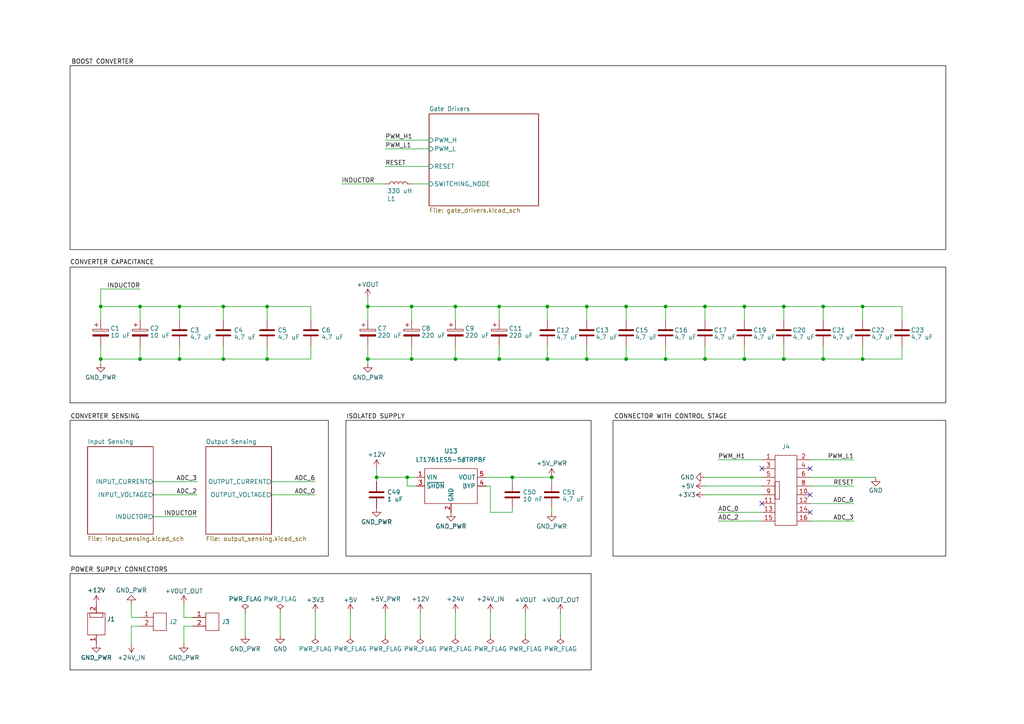
<source format=kicad_sch>
(kicad_sch (version 20231120) (generator "eeschema") (generator_version "8.0")
  (paper "A4")
  (title_block (title "ELE0124CL Power Boost Development Kit") (date "2024-08-04") (rev "1.0") (company "ELE0124CL"))
  (lib_symbols
    (symbol "Device:C" (pin_numbers hide) (pin_names (offset 0.254))
      (property "Reference" "C" (at 0.635 2.54 0))
      (property "Value" "C" (at 0.635 -2.54 0))
      (symbol "C_0_1"
        (polyline (pts (xy -2.032 -0.762) (xy 2.032 -0.762)) (stroke (width 0.508)))
        (polyline (pts (xy -2.032 0.762) (xy 2.032 0.762)) (stroke (width 0.508)))
      )
      (symbol "C_1_1"
        (pin passive line (at 0 3.81 270) (length 2.794) (name "~") (number "1"))
        (pin passive line (at 0 -3.81 90) (length 2.794) (name "~") (number "2"))
      )
    )
    (symbol "Device:C_Polarized" (pin_numbers hide) (pin_names (offset 0.254))
      (property "Reference" "C" (at 0.635 2.54 0))
      (property "Value" "C_Polarized" (at 0.635 -2.54 0))
      (symbol "C_Polarized_0_1"
        (rectangle (start -2.286 0.508) (end 2.286 1.016))
        (polyline (pts (xy -1.778 2.286) (xy -0.762 2.286)))
        (polyline (pts (xy -1.27 2.794) (xy -1.27 1.778)))
        (rectangle (start 2.286 -0.508) (end -2.286 -1.016) (fill (type outline)))
      )
      (symbol "C_Polarized_1_1"
        (pin passive line (at 0 3.81 270) (length 2.794) (name "~") (number "1"))
        (pin passive line (at 0 -3.81 90) (length 2.794) (name "~") (number "2"))
      )
    )
    (symbol "Device:L" (pin_numbers hide) (pin_names (offset 1.016) hide)
      (property "Reference" "L" (at -1.27 0 90))
      (property "Value" "L" (at 1.905 0 90))
      (symbol "L_0_1"
        (arc (start 0 -2.54) (mid 0.6323 -1.905) (end 0 -1.27))
        (arc (start 0 -1.27) (mid 0.6323 -0.635) (end 0 0))
        (arc (start 0 0) (mid 0.6323 0.635) (end 0 1.27))
        (arc (start 0 1.27) (mid 0.6323 1.905) (end 0 2.54))
      )
      (symbol "L_1_1"
        (pin passive line (at 0 3.81 270) (length 1.27) (name "1") (number "1"))
        (pin passive line (at 0 -3.81 90) (length 1.27) (name "2") (number "2"))
      )
    )
    (symbol "ELE0124CL_library:+12V" (power) (pin_numbers hide) (pin_names (offset 0) hide) (exclude_from_sim yes) (in_bom no)
      (property "Value" "+12V" (at -2.54 3.81 0))
      (symbol "+12V_0_1"
        (polyline (pts (xy -0.762 1.27) (xy 0 2.54)))
        (polyline (pts (xy 0 0) (xy 0 2.54)))
        (polyline (pts (xy 0 2.54) (xy 0.762 1.27)))
      )
      (symbol "+12V_1_1"
        (pin power_in line (at 0 0 90) (length 1.27) hide (name "+12V") (number "1"))
      )
    )
    (symbol "ELE0124CL_library:+24V" (power) (pin_numbers hide) (pin_names (offset 0) hide) (exclude_from_sim yes) (in_bom no)
      (property "Value" "+24V" (at -2.54 3.81 0))
      (symbol "+24V_0_1"
        (polyline (pts (xy -0.762 1.27) (xy 0 2.54)))
        (polyline (pts (xy 0 0) (xy 0 2.54)))
        (polyline (pts (xy 0 2.54) (xy 0.762 1.27)))
      )
      (symbol "+24V_1_1"
        (pin power_in line (at 0 0 90) (length 1.27) hide (name "+24V") (number "1"))
      )
    )
    (symbol "ELE0124CL_library:+24V_IN" (power) (pin_numbers hide) (pin_names (offset 0) hide) (exclude_from_sim yes) (in_bom no)
      (property "Value" "+24V_IN" (at -2.54 3.81 0))
      (symbol "+24V_IN_0_1"
        (polyline (pts (xy -0.762 1.27) (xy 0 2.54)))
        (polyline (pts (xy 0 0) (xy 0 2.54)))
        (polyline (pts (xy 0 2.54) (xy 0.762 1.27)))
      )
      (symbol "+24V_IN_1_1"
        (pin power_in line (at 0 0 90) (length 1.27) hide (name "+24V_IN") (number "1"))
      )
    )
    (symbol "ELE0124CL_library:+3V3" (power) (pin_numbers hide) (pin_names (offset 0) hide) (exclude_from_sim yes) (in_bom no)
      (property "Value" "+3V3" (at -2.54 3.81 0))
      (symbol "+3V3_0_1"
        (polyline (pts (xy -0.762 1.27) (xy 0 2.54)))
        (polyline (pts (xy 0 0) (xy 0 2.54)))
        (polyline (pts (xy 0 2.54) (xy 0.762 1.27)))
      )
      (symbol "+3V3_1_1"
        (pin power_in line (at 0 0 90) (length 1.27) hide (name "+3V3") (number "1"))
      )
    )
    (symbol "ELE0124CL_library:+5V" (power) (pin_numbers hide) (pin_names (offset 0) hide) (exclude_from_sim yes) (in_bom no)
      (property "Value" "+5V" (at -1.905 3.81 0))
      (symbol "+5V_0_1"
        (polyline (pts (xy -0.762 1.27) (xy 0 2.54)))
        (polyline (pts (xy 0 0) (xy 0 2.54)))
        (polyline (pts (xy 0 2.54) (xy 0.762 1.27)))
      )
      (symbol "+5V_1_1"
        (pin power_in line (at 0 0 90) (length 1.27) hide (name "+5V") (number "1"))
      )
    )
    (symbol "ELE0124CL_library:+5V_PWR" (power) (pin_numbers hide) (pin_names (offset 0) hide) (exclude_from_sim yes) (in_bom no)
      (property "Value" "+5V_PWR" (at -1.905 3.81 0))
      (symbol "+5V_PWR_0_1"
        (polyline (pts (xy -0.762 1.27) (xy 0 2.54)))
        (polyline (pts (xy 0 0) (xy 0 2.54)))
        (polyline (pts (xy 0 2.54) (xy 0.762 1.27)))
      )
      (symbol "+5V_PWR_1_1"
        (pin power_in line (at 0 0 90) (length 1.27) hide (name "+5V_PWR") (number "1"))
      )
    )
    (symbol "ELE0124CL_library:+VOUT" (power) (pin_numbers hide) (pin_names (offset 0) hide) (exclude_from_sim yes) (in_bom no)
      (property "Value" "+VOUT" (at -2.54 3.81 0))
      (symbol "+VOUT_0_1"
        (polyline (pts (xy -0.762 1.27) (xy 0 2.54)))
        (polyline (pts (xy 0 0) (xy 0 2.54)))
        (polyline (pts (xy 0 2.54) (xy 0.762 1.27)))
      )
      (symbol "+VOUT_1_1"
        (pin power_in line (at 0 0 90) (length 1.27) hide (name "+VOUT") (number "1"))
      )
    )
    (symbol "ELE0124CL_library:+VOUT_OUT" (power) (pin_numbers hide) (pin_names (offset 0) hide) (exclude_from_sim yes) (in_bom no)
      (property "Value" "+VOUT_OUT" (at -2.54 3.81 0))
      (symbol "+VOUT_OUT_0_1"
        (polyline (pts (xy -0.762 1.27) (xy 0 2.54)))
        (polyline (pts (xy 0 0) (xy 0 2.54)))
        (polyline (pts (xy 0 2.54) (xy 0.762 1.27)))
      )
      (symbol "+VOUT_OUT_1_1"
        (pin power_in line (at 0 0 90) (length 1.27) hide (name "+VOUT_OUT") (number "1"))
      )
    )
    (symbol "ELE0124CL_library:CONN_SOCKET_1x02 43045-0212"
      (property "Reference" "J" (at 0.508 3.302 0))
      (property "Value" "43045-0212" (at 0.254 1.27 0))
      (symbol "CONN_SOCKET_1x02 43045-0212_0_1"
        (rectangle (start 0 -0.635) (end 1.27 -4.445))
      )
      (symbol "CONN_SOCKET_1x02 43045-0212_1_1"
        (rectangle (start 0 0) (end 6.35 -5.08) (fill (type color)))
        (pin passive line (at 8.89 -2.54 180) (length 2.54) (name "~") (number "1"))
        (pin passive line (at -2.54 -2.54 0) (length 2.54) (name "~") (number "2"))
      )
    )
    (symbol "ELE0124CL_library:CONN_SOCKET_2x08 878311620" (pin_names (offset 0) hide)
      (property "Reference" "J" (at 1.27 1.27 0))
      (symbol "CONN_SOCKET_2x08 878311620_0_1"
        (rectangle (start 0 -7.62) (end 1.27 -12.7))
        (rectangle (start 0 0) (end 6.35 -20.32))
      )
      (symbol "CONN_SOCKET_2x08 878311620_1_1"
        (pin passive line (at -3.81 -1.27 0) (length 3.81) (name "Pin_1") (number "1"))
        (pin passive line (at 10.16 -11.43 180) (length 3.81) (name "Pin_10") (number "10"))
        (pin passive line (at -3.81 -13.97 0) (length 3.81) (name "Pin_11") (number "11"))
        (pin passive line (at 10.16 -13.97 180) (length 3.81) (name "Pin_12") (number "12"))
        (pin passive line (at -3.81 -16.51 0) (length 3.81) (name "Pin_13") (number "13"))
        (pin passive line (at 10.16 -16.51 180) (length 3.81) (name "Pin_14") (number "14"))
        (pin passive line (at -3.81 -19.05 0) (length 3.81) (name "Pin_15") (number "15"))
        (pin passive line (at 10.16 -19.05 180) (length 3.81) (name "Pin_16") (number "16"))
        (pin passive line (at 10.16 -1.27 180) (length 3.81) (name "Pin_2") (number "2"))
        (pin passive line (at -3.81 -3.81 0) (length 3.81) (name "Pin_3") (number "3"))
        (pin passive line (at 10.16 -3.81 180) (length 3.81) (name "Pin_4") (number "4"))
        (pin passive line (at -3.81 -6.35 0) (length 3.81) (name "Pin_5") (number "5"))
        (pin passive line (at 10.16 -6.35 180) (length 3.81) (name "Pin_6") (number "6"))
        (pin passive line (at -3.81 -8.89 0) (length 3.81) (name "Pin_7") (number "7"))
        (pin passive line (at 10.16 -8.89 180) (length 3.81) (name "Pin_8") (number "8"))
        (pin passive line (at -3.81 -11.43 0) (length 3.81) (name "Pin_9") (number "9"))
      )
    )
    (symbol "ELE0124CL_library:CONN_TERMINAL_BLOCK_1x02 MSTBVA 2,5/ 2-G-5,08" (pin_names (offset 0) hide)
      (property "Reference" "J" (at 1.27 1.27 0))
      (symbol "CONN_TERMINAL_BLOCK_1x02 MSTBVA 2,5/ 2-G-5,08_0_1"
        (rectangle (start 0 0) (end 3.81 -5.08))
      )
      (symbol "CONN_TERMINAL_BLOCK_1x02 MSTBVA 2,5/ 2-G-5,08_1_1"
        (pin passive line (at -3.81 -1.27 0) (length 3.81) (name "Pin_1") (number "1"))
        (pin passive line (at -3.81 -3.81 0) (length 3.81) (name "Pin_2") (number "2"))
      )
    )
    (symbol "ELE0124CL_library:GND" (power) (pin_numbers hide) (pin_names (offset 0) hide) (exclude_from_sim yes) (in_bom no)
      (property "Value" "GND" (at -1.905 -3.81 0))
      (symbol "GND_0_1"
        (polyline (pts (xy 0 0) (xy 0 -1.27) (xy 1.27 -1.27) (xy 0 -2.54) (xy -1.27 -1.27) (xy 0 -1.27)))
      )
      (symbol "GND_1_1"
        (pin power_in line (at 0 0 270) (length 1.27) hide (name "GND") (number "1"))
      )
    )
    (symbol "ELE0124CL_library:GND_PWR" (power) (pin_numbers hide) (pin_names (offset 0) hide) (exclude_from_sim yes) (in_bom no)
      (property "Value" "GND_PWR" (at -4.445 -3.81 0))
      (symbol "GND_PWR_0_1"
        (polyline (pts (xy 0 0) (xy 0 -1.27) (xy 1.27 -1.27) (xy 0 -2.54) (xy -1.27 -1.27) (xy 0 -1.27)))
      )
      (symbol "GND_PWR_1_1"
        (pin power_in line (at 0 0 270) (length 1.27) hide (name "GND_PWR") (number "1"))
      )
    )
    (symbol "ELE0124CL_library:LDO REGULATOR LT1761ES5-5#TRPBF"
      (property "Reference" "U" (at 1.27 3.302 0))
      (property "Value" "LT1761ES5-5#TRPBF" (at 0.508 1.27 0))
      (symbol "LDO REGULATOR LT1761ES5-5#TRPBF_1_1"
        (rectangle (start 0 0) (end 15.24 -10.16) (fill (type color)))
        (pin passive line (at -2.54 -2.54 0) (length 2.54) (name "VIN") (number "1"))
        (pin passive line (at 7.62 -12.7 90) (length 2.54) (name "GND") (number "2"))
        (pin passive line (at -2.54 -5.08 0) (length 2.54) (name "~{SHDN}") (number "3"))
        (pin passive line (at 17.78 -5.08 180) (length 2.54) (name "BYP") (number "4"))
        (pin passive line (at 17.78 -2.54 180) (length 2.54) (name "VOUT") (number "5"))
      )
    )
    (symbol "power:PWR_FLAG" (power) (pin_numbers hide) (pin_names (offset 0) hide)
      (property "Value" "PWR_FLAG" (at 0 3.81 0))
      (symbol "PWR_FLAG_0_0"
        (pin power_out line (at 0 0 90) (length 0) (name "~") (number "1"))
      )
      (symbol "PWR_FLAG_0_1"
        (polyline (pts (xy 0 0) (xy 0 1.27) (xy -1.016 1.905) (xy 0 2.54) (xy 1.016 1.905) (xy 0 1.27)))
      )
    )
  )
  (junction (at 106.68 104.14))
  (junction (at 181.61 88.9))
  (junction (at 40.64 88.9))
  (junction (at 29.21 104.14))
  (junction (at 181.61 104.14))
  (junction (at 238.76 88.9))
  (junction (at 250.19 104.14))
  (junction (at 64.77 88.9))
  (junction (at 77.47 88.9))
  (junction (at 40.64 104.14))
  (junction (at 227.33 104.14))
  (junction (at 204.47 104.14))
  (junction (at 109.22 138.43))
  (junction (at 170.18 88.9))
  (junction (at 132.08 88.9))
  (junction (at 118.11 138.43))
  (junction (at 29.21 88.9))
  (junction (at 158.75 104.14))
  (junction (at 132.08 104.14))
  (junction (at 119.38 88.9))
  (junction (at 52.07 104.14))
  (junction (at 52.07 88.9))
  (junction (at 215.9 104.14))
  (junction (at 144.78 104.14))
  (junction (at 193.04 88.9))
  (junction (at 160.02 138.43))
  (junction (at 77.47 104.14))
  (junction (at 250.19 88.9))
  (junction (at 215.9 88.9))
  (junction (at 204.47 88.9))
  (junction (at 119.38 104.14))
  (junction (at 170.18 104.14))
  (junction (at 238.76 104.14))
  (junction (at 144.78 88.9))
  (junction (at 158.75 88.9))
  (junction (at 227.33 88.9))
  (junction (at 148.59 138.43))
  (junction (at 106.68 88.9))
  (junction (at 64.77 104.14))
  (junction (at 193.04 104.14))
  (no_connect (at 234.95 135.89))
  (no_connect (at 234.95 143.51))
  (no_connect (at 234.95 148.59))
  (no_connect (at 220.98 135.89))
  (no_connect (at 220.98 146.05))
  (wire (pts (xy 208.28 151.13) (xy 220.98 151.13)))
  (wire (pts (xy 111.76 177.8) (xy 111.76 184.15)))
  (wire (pts (xy 40.64 181.61) (xy 38.1 181.61)))
  (wire (pts (xy 109.22 138.43) (xy 109.22 139.7)))
  (wire (pts (xy 158.75 88.9) (xy 158.75 92.71)))
  (wire (pts (xy 81.28 177.8) (xy 81.28 184.15)))
  (wire (pts (xy 109.22 135.89) (xy 109.22 138.43)))
  (wire (pts (xy 29.21 100.33) (xy 29.21 104.14)))
  (wire (pts (xy 40.64 104.14) (xy 52.07 104.14)))
  (wire (pts (xy 111.76 40.64) (xy 124.46 40.64)))
  (wire (pts (xy 132.08 177.8) (xy 132.08 184.15)))
  (wire (pts (xy 250.19 88.9) (xy 261.62 88.9)))
  (wire (pts (xy 40.64 88.9) (xy 40.64 92.71)))
  (wire (pts (xy 170.18 104.14) (xy 181.61 104.14)))
  (wire (pts (xy 142.24 148.59) (xy 148.59 148.59)))
  (wire (pts (xy 111.76 48.26) (xy 124.46 48.26)))
  (wire (pts (xy 38.1 181.61) (xy 38.1 186.69)))
  (wire (pts (xy 247.65 151.13) (xy 234.95 151.13)))
  (wire (pts (xy 119.38 100.33) (xy 119.38 104.14)))
  (wire (pts (xy 29.21 88.9) (xy 40.64 88.9)))
  (wire (pts (xy 109.22 138.43) (xy 118.11 138.43)))
  (wire (pts (xy 204.47 100.33) (xy 204.47 104.14)))
  (wire (pts (xy 118.11 138.43) (xy 120.65 138.43)))
  (wire (pts (xy 29.21 88.9) (xy 29.21 92.71)))
  (wire (pts (xy 106.68 104.14) (xy 119.38 104.14)))
  (wire (pts (xy 148.59 148.59) (xy 148.59 147.32)))
  (wire (pts (xy 158.75 100.33) (xy 158.75 104.14)))
  (wire (pts (xy 77.47 88.9) (xy 77.47 92.71)))
  (wire (pts (xy 77.47 104.14) (xy 90.17 104.14)))
  (wire (pts (xy 64.77 100.33) (xy 64.77 104.14)))
  (wire (pts (xy 250.19 88.9) (xy 250.19 92.71)))
  (wire (pts (xy 29.21 104.14) (xy 29.21 105.41)))
  (wire (pts (xy 227.33 100.33) (xy 227.33 104.14)))
  (wire (pts (xy 119.38 88.9) (xy 119.38 92.71)))
  (wire (pts (xy 132.08 88.9) (xy 144.78 88.9)))
  (wire (pts (xy 132.08 104.14) (xy 144.78 104.14)))
  (wire (pts (xy 158.75 104.14) (xy 170.18 104.14)))
  (wire (pts (xy 111.76 43.18) (xy 124.46 43.18)))
  (wire (pts (xy 247.65 133.35) (xy 234.95 133.35)))
  (wire (pts (xy 38.1 179.07) (xy 38.1 175.26)))
  (wire (pts (xy 140.97 140.97) (xy 142.24 140.97)))
  (wire (pts (xy 132.08 100.33) (xy 132.08 104.14)))
  (wire (pts (xy 119.38 104.14) (xy 132.08 104.14)))
  (wire (pts (xy 227.33 88.9) (xy 238.76 88.9)))
  (wire (pts (xy 53.34 179.07) (xy 53.34 175.26)))
  (wire (pts (xy 144.78 104.14) (xy 158.75 104.14)))
  (wire (pts (xy 227.33 104.14) (xy 238.76 104.14)))
  (wire (pts (xy 119.38 53.34) (xy 124.46 53.34)))
  (wire (pts (xy 220.98 140.97) (xy 204.47 140.97)))
  (wire (pts (xy 55.88 181.61) (xy 53.34 181.61)))
  (wire (pts (xy 250.19 104.14) (xy 261.62 104.14)))
  (wire (pts (xy 106.68 88.9) (xy 106.68 92.71)))
  (wire (pts (xy 160.02 147.32) (xy 160.02 148.59)))
  (wire (pts (xy 204.47 88.9) (xy 215.9 88.9)))
  (wire (pts (xy 106.68 86.36) (xy 106.68 88.9)))
  (wire (pts (xy 119.38 88.9) (xy 132.08 88.9)))
  (wire (pts (xy 71.12 177.8) (xy 71.12 184.15)))
  (wire (pts (xy 170.18 100.33) (xy 170.18 104.14)))
  (wire (pts (xy 204.47 104.14) (xy 215.9 104.14)))
  (wire (pts (xy 261.62 100.33) (xy 261.62 104.14)))
  (wire (pts (xy 64.77 88.9) (xy 77.47 88.9)))
  (wire (pts (xy 29.21 83.82) (xy 40.64 83.82)))
  (wire (pts (xy 106.68 104.14) (xy 106.68 105.41)))
  (wire (pts (xy 106.68 88.9) (xy 119.38 88.9)))
  (wire (pts (xy 204.47 138.43) (xy 220.98 138.43)))
  (wire (pts (xy 250.19 100.33) (xy 250.19 104.14)))
  (wire (pts (xy 158.75 88.9) (xy 170.18 88.9)))
  (wire (pts (xy 181.61 100.33) (xy 181.61 104.14)))
  (wire (pts (xy 204.47 88.9) (xy 204.47 92.71)))
  (wire (pts (xy 160.02 138.43) (xy 160.02 139.7)))
  (wire (pts (xy 247.65 140.97) (xy 234.95 140.97)))
  (wire (pts (xy 120.65 140.97) (xy 118.11 140.97)))
  (wire (pts (xy 208.28 148.59) (xy 220.98 148.59)))
  (wire (pts (xy 247.65 146.05) (xy 234.95 146.05)))
  (wire (pts (xy 44.45 149.86) (xy 57.15 149.86)))
  (wire (pts (xy 215.9 100.33) (xy 215.9 104.14)))
  (wire (pts (xy 152.4 177.8) (xy 152.4 184.15)))
  (wire (pts (xy 132.08 88.9) (xy 132.08 92.71)))
  (wire (pts (xy 118.11 140.97) (xy 118.11 138.43)))
  (wire (pts (xy 208.28 133.35) (xy 220.98 133.35)))
  (wire (pts (xy 148.59 138.43) (xy 160.02 138.43)))
  (wire (pts (xy 29.21 83.82) (xy 29.21 88.9)))
  (wire (pts (xy 144.78 88.9) (xy 158.75 88.9)))
  (wire (pts (xy 227.33 88.9) (xy 227.33 92.71)))
  (wire (pts (xy 142.24 140.97) (xy 142.24 148.59)))
  (wire (pts (xy 162.56 177.8) (xy 162.56 184.15)))
  (wire (pts (xy 111.76 53.34) (xy 99.06 53.34)))
  (wire (pts (xy 44.45 139.7) (xy 57.15 139.7)))
  (wire (pts (xy 64.77 104.14) (xy 77.47 104.14)))
  (wire (pts (xy 101.6 177.8) (xy 101.6 184.15)))
  (wire (pts (xy 193.04 100.33) (xy 193.04 104.14)))
  (wire (pts (xy 238.76 104.14) (xy 250.19 104.14)))
  (wire (pts (xy 140.97 138.43) (xy 148.59 138.43)))
  (wire (pts (xy 261.62 88.9) (xy 261.62 92.71)))
  (wire (pts (xy 238.76 88.9) (xy 250.19 88.9)))
  (wire (pts (xy 238.76 100.33) (xy 238.76 104.14)))
  (wire (pts (xy 148.59 139.7) (xy 148.59 138.43)))
  (wire (pts (xy 170.18 88.9) (xy 181.61 88.9)))
  (wire (pts (xy 181.61 104.14) (xy 193.04 104.14)))
  (wire (pts (xy 193.04 88.9) (xy 204.47 88.9)))
  (wire (pts (xy 64.77 88.9) (xy 64.77 92.71)))
  (wire (pts (xy 52.07 88.9) (xy 64.77 88.9)))
  (wire (pts (xy 204.47 143.51) (xy 220.98 143.51)))
  (wire (pts (xy 181.61 88.9) (xy 193.04 88.9)))
  (wire (pts (xy 78.74 143.51) (xy 91.44 143.51)))
  (wire (pts (xy 52.07 88.9) (xy 52.07 92.71)))
  (wire (pts (xy 215.9 88.9) (xy 227.33 88.9)))
  (wire (pts (xy 121.92 177.8) (xy 121.92 184.15)))
  (wire (pts (xy 91.44 177.8) (xy 91.44 184.15)))
  (wire (pts (xy 193.04 88.9) (xy 193.04 92.71)))
  (wire (pts (xy 55.88 179.07) (xy 53.34 179.07)))
  (wire (pts (xy 142.24 177.8) (xy 142.24 184.15)))
  (wire (pts (xy 44.45 143.51) (xy 57.15 143.51)))
  (wire (pts (xy 77.47 88.9) (xy 90.17 88.9)))
  (wire (pts (xy 193.04 104.14) (xy 204.47 104.14)))
  (wire (pts (xy 53.34 181.61) (xy 53.34 186.69)))
  (wire (pts (xy 90.17 100.33) (xy 90.17 104.14)))
  (wire (pts (xy 90.17 88.9) (xy 90.17 92.71)))
  (wire (pts (xy 52.07 104.14) (xy 64.77 104.14)))
  (wire (pts (xy 144.78 88.9) (xy 144.78 92.71)))
  (wire (pts (xy 106.68 100.33) (xy 106.68 104.14)))
  (wire (pts (xy 254 138.43) (xy 234.95 138.43)))
  (wire (pts (xy 181.61 88.9) (xy 181.61 92.71)))
  (wire (pts (xy 40.64 179.07) (xy 38.1 179.07)))
  (wire (pts (xy 215.9 104.14) (xy 227.33 104.14)))
  (wire (pts (xy 77.47 100.33) (xy 77.47 104.14)))
  (wire (pts (xy 40.64 100.33) (xy 40.64 104.14)))
  (wire (pts (xy 238.76 88.9) (xy 238.76 92.71)))
  (wire (pts (xy 29.21 104.14) (xy 40.64 104.14)))
  (wire (pts (xy 144.78 100.33) (xy 144.78 104.14)))
  (wire (pts (xy 78.74 139.7) (xy 91.44 139.7)))
  (wire (pts (xy 52.07 100.33) (xy 52.07 104.14)))
  (wire (pts (xy 40.64 88.9) (xy 52.07 88.9)))
  (wire (pts (xy 170.18 88.9) (xy 170.18 92.71)))
  (wire (pts (xy 215.9 88.9) (xy 215.9 92.71)))
  (rectangle (start 20.32 19.05) (end 274.32 72.39) (stroke (width 0) (color 0 0 0 1)))
  (rectangle (start 100.33 121.92) (end 171.45 161.29) (stroke (width 0) (color 0 0 0 1)))
  (rectangle (start 20.32 166.37) (end 171.45 194.31) (stroke (width 0) (color 0 0 0 1)))
  (rectangle (start 20.32 77.47) (end 274.32 116.84) (stroke (width 0) (color 0 0 0 1)))
  (rectangle (start 177.8 121.92) (end 274.32 161.29) (stroke (width 0) (color 0 0 0 1)))
  (rectangle (start 20.32 121.92) (end 95.25 161.29) (stroke (width 0) (color 0 0 0 1)))
  (text "CONNECTOR WITH CONTROL STAGE" (at 194.564 120.904 0) (effects (font (size 1.27 1.27))))
  (text "CONVERTER CAPACITANCE" (at 32.512 76.2 0) (effects (font (size 1.27 1.27))))
  (text "CONVERTER SENSING" (at 30.48 120.904 0) (effects (font (size 1.27 1.27))))
  (text "BOOST CONVERTER" (at 29.718 18.034 0) (effects (font (size 1.27 1.27))))
  (text "ISOLATED SUPPLY" (at 108.966 120.904 0) (effects (font (size 1.27 1.27))))
  (text "POWER SUPPLY CONNECTORS" (at 34.544 165.354 0) (effects (font (size 1.27 1.27))))
  (label "RESET" (at 247.65 140.97 180))
  (label "ADC_6" (at 91.44 139.7 180))
  (label "INDUCTOR" (at 99.06 53.34 0))
  (label "PWM_H1" (at 208.28 133.35 0))
  (label "ADC_3" (at 247.65 151.13 180))
  (label "ADC_3" (at 57.15 139.7 180))
  (label "ADC_0" (at 91.44 143.51 180))
  (label "PWM_H1" (at 111.76 40.64 0))
  (label "INDUCTOR" (at 57.15 149.86 180))
  (label "RESET" (at 111.76 48.26 0))
  (label "PWM_L1" (at 247.65 133.35 180))
  (label "INDUCTOR" (at 40.64 83.82 180))
  (label "ADC_2" (at 208.28 151.13 0))
  (label "PWM_L1" (at 111.76 43.18 0))
  (label "ADC_2" (at 57.15 143.51 180))
  (label "ADC_6" (at 247.65 146.05 180))
  (label "ADC_0" (at 208.28 148.59 0))
  (symbol (lib_id "Device:C") (at 52.07 96.52 0) (unit 1)
    (property "Reference" "C3" (at 55.118 95.758 0) (effects (justify left)))
    (property "Value" "4,7 uF" (at 55.118 97.79 0) (effects (justify left)))
    (property "Footprint" "ELE0124CL_library:C_1206_3216Metric" (effects (hide yes)))
    (property "Description" "Capacitor Ceramic 4,7 uF 1206 100V" (effects (hide yes)))
  )
  (symbol (lib_id "power:PWR_FLAG") (at 121.92 184.15 180) (unit 1)
    (property "Reference" "#FLG04" (effects (hide yes)))
    (property "Value" "PWR_FLAG" (at 121.92 188.214 0))
    (property "Description" "Special symbol for telling ERC where power comes from" (effects (hide yes)))
  )
  (symbol (lib_id "Device:C") (at 170.18 96.52 0) (unit 1)
    (property "Reference" "C13" (at 172.72 95.758 0) (effects (justify left)))
    (property "Value" "4,7 uF" (at 172.72 97.79 0) (effects (justify left)))
    (property "Footprint" "ELE0124CL_library:C_1206_3216Metric" (effects (hide yes)))
    (property "Description" "Capacitor Ceramic 4,7 uF 1206 100V" (effects (hide yes)))
  )
  (symbol (lib_id "ELE0124CL_library:+5V_PWR") (at 111.76 177.8 0) (unit 1) (exclude_from_sim yes) (in_bom no)
    (property "Reference" "#PWR029" (effects (hide yes)))
    (property "Value" "+5V_PWR" (at 111.76 173.736 0))
    (property "Description" "Global label with name \"+5V_PWR\"" (effects (hide yes)))
  )
  (symbol (lib_id "Device:C_Polarized") (at 132.08 96.52 0) (unit 1)
    (property "Reference" "C9" (at 134.874 95.25 0) (effects (justify left)))
    (property "Value" "220 uF" (at 134.874 97.282 0) (effects (justify left)))
    (property "Footprint" "ELE0124CL_library:C_D10.0mm_H16.0mm_P5.00mm" (effects (hide yes)))
    (property "Description" "Capacitor Electrolytic 220 uF 100V 860020775019" (effects (hide yes)))
  )
  (symbol (lib_id "power:PWR_FLAG") (at 142.24 184.15 180) (unit 1)
    (property "Reference" "#FLG06" (effects (hide yes)))
    (property "Value" "PWR_FLAG" (at 142.24 188.214 0))
    (property "Description" "Special symbol for telling ERC where power comes from" (effects (hide yes)))
  )
  (symbol (lib_id "ELE0124CL_library:+5V") (at 101.6 177.8 0) (unit 1) (exclude_from_sim yes) (in_bom no)
    (property "Reference" "#PWR0104" (effects (hide yes)))
    (property "Value" "+5V" (at 101.6 173.99 0))
    (property "Description" "Global label with name \"+5V\"" (effects (hide yes)))
  )
  (symbol (lib_id "Device:L") (at 115.57 53.34 90) (unit 1)
    (property "Reference" "L1" (at 112.268 57.658 90) (effects (justify right)))
    (property "Value" "330 uH" (at 112.268 55.372 90) (effects (justify right)))
    (property "Footprint" "ELE0124CL_library:L_74437529203331" (effects (hide yes)))
    (property "Description" "Inductor 330 uH 74437529203331" (effects (hide yes)))
  )
  (symbol (lib_id "Device:C") (at 109.22 143.51 0) (unit 1)
    (property "Reference" "C49" (at 112.268 142.748 0) (effects (justify left)))
    (property "Value" "1 uF" (at 112.268 144.78 0) (effects (justify left)))
    (property "Footprint" "ELE0124CL_library:C_1206_3216Metric" (effects (hide yes)))
    (property "Description" "Capacitor Ceramic 1 uF 1206" (effects (hide yes)))
  )
  (symbol (lib_id "Device:C") (at 64.77 96.52 0) (unit 1)
    (property "Reference" "C4" (at 67.818 95.758 0) (effects (justify left)))
    (property "Value" "4,7 uF" (at 67.818 97.79 0) (effects (justify left)))
    (property "Footprint" "ELE0124CL_library:C_1206_3216Metric" (effects (hide yes)))
    (property "Description" "Capacitor Ceramic 4,7 uF 1206 100V" (effects (hide yes)))
  )
  (symbol (lib_id "ELE0124CL_library:+VOUT") (at 106.68 86.36 0) (unit 1) (exclude_from_sim yes) (in_bom no)
    (property "Reference" "#PWR068" (effects (hide yes)))
    (property "Value" "+VOUT" (at 106.68 82.55 0))
    (property "Description" "Global label with name \"+VOUT\"" (effects (hide yes)))
  )
  (symbol (lib_id "ELE0124CL_library:+3V3") (at 91.44 177.8 0) (unit 1) (exclude_from_sim yes) (in_bom no)
    (property "Reference" "#PWR071" (effects (hide yes)))
    (property "Value" "+3V3" (at 91.44 173.99 0))
    (property "Description" "Global label with name \"+3V3\"" (effects (hide yes)))
  )
  (symbol (lib_id "ELE0124CL_library:+5V") (at 204.47 140.97 90) (mirror x) (unit 1) (exclude_from_sim yes) (in_bom no)
    (property "Reference" "#PWR072" (effects (hide yes)))
    (property "Value" "+5V" (at 199.39 140.97 90))
    (property "Description" "Global label with name \"+5V\"" (effects (hide yes)))
  )
  (symbol (lib_id "Device:C") (at 227.33 96.52 0) (unit 1)
    (property "Reference" "C20" (at 229.87 95.758 0) (effects (justify left)))
    (property "Value" "4,7 uF" (at 229.87 97.79 0) (effects (justify left)))
    (property "Footprint" "ELE0124CL_library:C_1206_3216Metric" (effects (hide yes)))
    (property "Description" "Capacitor Ceramic 4,7 uF 1206 100V" (effects (hide yes)))
  )
  (symbol (lib_id "power:PWR_FLAG") (at 111.76 184.15 180) (unit 1)
    (property "Reference" "#FLG02" (effects (hide yes)))
    (property "Value" "PWR_FLAG" (at 111.76 188.214 0))
    (property "Description" "Special symbol for telling ERC where power comes from" (effects (hide yes)))
  )
  (symbol (lib_id "Device:C") (at 215.9 96.52 0) (unit 1)
    (property "Reference" "C19" (at 218.44 95.758 0) (effects (justify left)))
    (property "Value" "4,7 uF" (at 218.44 97.79 0) (effects (justify left)))
    (property "Footprint" "ELE0124CL_library:C_1206_3216Metric" (effects (hide yes)))
    (property "Description" "Capacitor Ceramic 4,7 uF 1206 100V" (effects (hide yes)))
  )
  (symbol (lib_id "ELE0124CL_library:GND_PWR") (at 71.12 184.15 0) (unit 1) (exclude_from_sim yes) (in_bom no)
    (property "Reference" "#PWR028" (effects (hide yes)))
    (property "Value" "GND_PWR" (at 71.12 188.214 0))
    (property "Description" "Global label with name \"GND_PWR\"" (effects (hide yes)))
  )
  (symbol (lib_id "power:PWR_FLAG") (at 81.28 177.8 0) (unit 1)
    (property "Reference" "#FLG09" (effects (hide yes)))
    (property "Value" "PWR_FLAG" (at 81.28 173.736 0))
    (property "Description" "Special symbol for telling ERC where power comes from" (effects (hide yes)))
  )
  (symbol (lib_id "ELE0124CL_library:CONN_TERMINAL_BLOCK_1x02 MSTBVA 2,5/ 2-G-5,08") (at 59.69 177.8 0) (unit 1)
    (property "Reference" "J3" (at 64.262 180.34 0) (effects (justify left)))
    (property "Value" "MSTBVA 2,5/ 2-G-5,08" (effects (hide yes)))
    (property "Footprint" "ELE0124CL_library:CONN_TERMINAL_BLOCK_1x02_P5.08mm_Vertical" (effects (hide yes)))
    (property "Datasheet" "https://product-download.phoenixcontact.com/8181417?response-content-disposition=inline;%20filename%3D%221755736_04_de_01.pdf%22&Expires=1722723810&Signature=aLL-koyr0HHDxzcimRIAFjqQf6e5b0iKCbZbVJ-OXgJev5pN0-SrQ3ksC99fos4rt582jm-1~QhxOR9ruyyBDBkkpF-uxvGc0zZmLSnRIu4ZXJ-5GbKaOvAwMXVxHTwNoLjSISBonNxlj6usOBKqFU-iJnQnMDwR5fNF-~B6HTwvAloRMR5HbpJjN9KMaFYKsi380IccWk3-rqqVhcbyI8Gg4Jd-94IGj38p0SUKCBLIlyR0HFk28mK~ru1VcXg-CujjIAn1u6sy7NINPmWqYd~rzPR0ztwSUWfBxQhZx5edEKgv16ObcopVwZrLFLb9ah~k37ttGHRSHfK91nQ5Sw__&Key-Pair-Id=K1I2N54A7B0GD" (effects (hide yes)))
    (property "Description" "Phoenix Contact Connector Terminal Block 1x02 Vertical" (effects (hide yes)))
  )
  (symbol (lib_id "ELE0124CL_library:+12V") (at 27.94 175.26 0) (unit 1) (exclude_from_sim yes) (in_bom no)
    (property "Reference" "#PWR018" (effects (hide yes)))
    (property "Value" "+12V" (at 27.94 171.196 0))
    (property "Description" "Global label with name \"+12V\"" (effects (hide yes)))
  )
  (symbol (lib_id "Device:C_Polarized") (at 40.64 96.52 0) (unit 1)
    (property "Reference" "C2" (at 43.434 95.25 0) (effects (justify left)))
    (property "Value" "10 uF" (at 43.434 97.282 0) (effects (justify left)))
    (property "Footprint" "ELE0124CL_library:C_D5.0mm_H11.0mm_P2.00mm" (effects (hide yes)))
    (property "Description" "Capacitor Electrolytic 10 uF 100V 860020772010" (effects (hide yes)))
  )
  (symbol (lib_id "ELE0124CL_library:CONN_SOCKET_1x02 43045-0212") (at 30.48 177.8 270) (unit 1)
    (property "Reference" "J1" (at 30.988 179.578 90) (effects (justify left)))
    (property "Value" "43045-0212" (effects (hide yes)))
    (property "Footprint" "ELE0124CL_library:CONN_SOCKET_1x02_P3.00mm_Vertical" (effects (hide yes)))
    (property "Datasheet" "https://www.molex.com/en-us/products/part-detail/430450212?display=pdf" (effects (hide yes)))
    (property "Description" "Molex Connector Socket 1x02 Vertical" (effects (hide yes)))
  )
  (symbol (lib_id "Device:C") (at 250.19 96.52 0) (unit 1)
    (property "Reference" "C22" (at 252.73 95.758 0) (effects (justify left)))
    (property "Value" "4,7 uF" (at 252.73 97.79 0) (effects (justify left)))
    (property "Footprint" "ELE0124CL_library:C_1206_3216Metric" (effects (hide yes)))
    (property "Description" "Capacitor Ceramic 4,7 uF 1206 100V" (effects (hide yes)))
  )
  (symbol (lib_id "ELE0124CL_library:GND") (at 254 138.43 0) (mirror y) (unit 1) (exclude_from_sim yes) (in_bom no)
    (property "Reference" "#PWR074" (effects (hide yes)))
    (property "Value" "GND" (at 254 142.24 0))
    (property "Description" "Global label with name \"GND\"" (effects (hide yes)))
  )
  (symbol (lib_id "ELE0124CL_library:+12V") (at 121.92 177.8 0) (unit 1) (exclude_from_sim yes) (in_bom no)
    (property "Reference" "#PWR031" (effects (hide yes)))
    (property "Value" "+12V" (at 121.92 173.736 0))
    (property "Description" "Global label with name \"+12V\"" (effects (hide yes)))
  )
  (symbol (lib_id "Device:C") (at 193.04 96.52 0) (unit 1)
    (property "Reference" "C16" (at 195.58 95.758 0) (effects (justify left)))
    (property "Value" "4,7 uF" (at 195.58 97.79 0) (effects (justify left)))
    (property "Footprint" "ELE0124CL_library:C_1206_3216Metric" (effects (hide yes)))
    (property "Description" "Capacitor Ceramic 4,7 uF 1206 100V" (effects (hide yes)))
  )
  (symbol (lib_id "Device:C_Polarized") (at 119.38 96.52 0) (unit 1)
    (property "Reference" "C8" (at 122.174 95.25 0) (effects (justify left)))
    (property "Value" "220 uF" (at 122.174 97.282 0) (effects (justify left)))
    (property "Footprint" "ELE0124CL_library:C_D10.0mm_H16.0mm_P5.00mm" (effects (hide yes)))
    (property "Description" "Capacitor Electrolytic 220 uF 100V 860020775019" (effects (hide yes)))
  )
  (symbol (lib_id "ELE0124CL_library:GND_PWR") (at 106.68 105.41 0) (unit 1) (exclude_from_sim yes) (in_bom no)
    (property "Reference" "#PWR069" (effects (hide yes)))
    (property "Value" "GND_PWR" (at 106.68 109.474 0))
    (property "Description" "Global label with name \"GND_PWR\"" (effects (hide yes)))
  )
  (symbol (lib_id "ELE0124CL_library:+VOUT_OUT") (at 53.34 175.26 0) (unit 1) (exclude_from_sim yes) (in_bom no)
    (property "Reference" "#PWR026" (effects (hide yes)))
    (property "Value" "+VOUT_OUT" (at 53.34 171.45 0))
    (property "Description" "Global label with name \"+VOUT_OUT\"" (effects (hide yes)))
  )
  (symbol (lib_id "Device:C_Polarized") (at 29.21 96.52 0) (unit 1)
    (property "Reference" "C1" (at 32.004 95.25 0) (effects (justify left)))
    (property "Value" "10 uF" (at 32.004 97.282 0) (effects (justify left)))
    (property "Footprint" "ELE0124CL_library:C_D5.0mm_H11.0mm_P2.00mm" (effects (hide yes)))
    (property "Description" "Capacitor Electrolytic 10 uF 100V 860020772010" (effects (hide yes)))
  )
  (symbol (lib_id "Device:C_Polarized") (at 144.78 96.52 0) (unit 1)
    (property "Reference" "C11" (at 147.574 95.25 0) (effects (justify left)))
    (property "Value" "220 uF" (at 147.574 97.282 0) (effects (justify left)))
    (property "Footprint" "ELE0124CL_library:C_D10.0mm_H16.0mm_P5.00mm" (effects (hide yes)))
    (property "Description" "Capacitor Electrolytic 220 uF 100V 860020775019" (effects (hide yes)))
  )
  (symbol (lib_id "power:PWR_FLAG") (at 162.56 184.15 180) (unit 1)
    (property "Reference" "#FLG03" (effects (hide yes)))
    (property "Value" "PWR_FLAG" (at 162.56 188.214 0))
    (property "Description" "Special symbol for telling ERC where power comes from" (effects (hide yes)))
  )
  (symbol (lib_id "ELE0124CL_library:GND_PWR") (at 130.81 148.59 0) (unit 1) (exclude_from_sim yes) (in_bom no)
    (property "Reference" "#PWR0105" (effects (hide yes)))
    (property "Value" "GND_PWR" (at 130.81 152.654 0))
    (property "Description" "Global label with name \"GND_PWR\"" (effects (hide yes)))
  )
  (symbol (lib_id "Device:C_Polarized") (at 106.68 96.52 0) (unit 1)
    (property "Reference" "C7" (at 109.474 95.25 0) (effects (justify left)))
    (property "Value" "220 uF" (at 109.474 97.282 0) (effects (justify left)))
    (property "Footprint" "ELE0124CL_library:C_D10.0mm_H16.0mm_P5.00mm" (effects (hide yes)))
    (property "Description" "Capacitor Electrolytic 220 uF 100V 860020775019" (effects (hide yes)))
  )
  (symbol (lib_id "Device:C") (at 238.76 96.52 0) (unit 1)
    (property "Reference" "C21" (at 241.3 95.758 0) (effects (justify left)))
    (property "Value" "4,7 uF" (at 241.3 97.79 0) (effects (justify left)))
    (property "Footprint" "ELE0124CL_library:C_1206_3216Metric" (effects (hide yes)))
    (property "Description" "Capacitor Ceramic 4,7 uF 1206 100V" (effects (hide yes)))
  )
  (symbol (lib_id "ELE0124CL_library:GND_PWR") (at 109.22 147.32 0) (unit 1) (exclude_from_sim yes) (in_bom no)
    (property "Reference" "#PWR0107" (effects (hide yes)))
    (property "Value" "GND_PWR" (at 109.22 151.384 0))
    (property "Description" "Global label with name \"GND_PWR\"" (effects (hide yes)))
  )
  (symbol (lib_id "ELE0124CL_library:LDO REGULATOR LT1761ES5-5#TRPBF") (at 123.19 135.89 0) (unit 1)
    (property "Reference" "U13" (at 130.81 130.81 0))
    (property "Value" "LT1761ES5-5#TRPBF" (at 130.81 133.35 0))
    (property "Footprint" "ELE0124CL_library:TSOT-23-5" (effects (hide yes)))
    (property "Datasheet" "https://www.analog.com/media/en/technical-documentation/data-sheets/1761sff.pdf" (effects (hide yes)))
    (property "Description" "Analog Devices Low Noise 5V 100mA LDO Regulator" (effects (hide yes)))
  )
  (symbol (lib_id "ELE0124CL_library:CONN_TERMINAL_BLOCK_1x02 MSTBVA 2,5/ 2-G-5,08") (at 44.45 177.8 0) (unit 1)
    (property "Reference" "J2" (at 49.022 180.34 0) (effects (justify left)))
    (property "Value" "MSTBVA 2,5/ 2-G-5,08" (effects (hide yes)))
    (property "Footprint" "ELE0124CL_library:CONN_TERMINAL_BLOCK_1x02_P5.08mm_Vertical" (effects (hide yes)))
    (property "Datasheet" "https://product-download.phoenixcontact.com/8181417?response-content-disposition=inline;%20filename%3D%221755736_04_de_01.pdf%22&Expires=1722723810&Signature=aLL-koyr0HHDxzcimRIAFjqQf6e5b0iKCbZbVJ-OXgJev5pN0-SrQ3ksC99fos4rt582jm-1~QhxOR9ruyyBDBkkpF-uxvGc0zZmLSnRIu4ZXJ-5GbKaOvAwMXVxHTwNoLjSISBonNxlj6usOBKqFU-iJnQnMDwR5fNF-~B6HTwvAloRMR5HbpJjN9KMaFYKsi380IccWk3-rqqVhcbyI8Gg4Jd-94IGj38p0SUKCBLIlyR0HFk28mK~ru1VcXg-CujjIAn1u6sy7NINPmWqYd~rzPR0ztwSUWfBxQhZx5edEKgv16ObcopVwZrLFLb9ah~k37ttGHRSHfK91nQ5Sw__&Key-Pair-Id=K1I2N54A7B0GD" (effects (hide yes)))
    (property "Description" "Phoenix Contact Connector Terminal Block 1x02 Vertical" (effects (hide yes)))
  )
  (symbol (lib_id "ELE0124CL_library:+24V") (at 132.08 177.8 0) (unit 1) (exclude_from_sim yes) (in_bom no)
    (property "Reference" "#PWR032" (effects (hide yes)))
    (property "Value" "+24V" (at 132.08 173.736 0))
    (property "Description" "Global label with name \"+24V\"" (effects (hide yes)))
  )
  (symbol (lib_id "ELE0124CL_library:GND_PWR") (at 38.1 175.26 180) (unit 1) (exclude_from_sim yes) (in_bom no)
    (property "Reference" "#PWR025" (effects (hide yes)))
    (property "Value" "GND_PWR" (at 38.1 171.196 0))
    (property "Description" "Global label with name \"GND_PWR\"" (effects (hide yes)))
  )
  (symbol (lib_id "ELE0124CL_library:+24V_IN") (at 142.24 177.8 0) (unit 1) (exclude_from_sim yes) (in_bom no)
    (property "Reference" "#PWR033" (effects (hide yes)))
    (property "Value" "+24V_IN" (at 142.24 173.736 0))
    (property "Description" "Global label with name \"+24V_IN\"" (effects (hide yes)))
  )
  (symbol (lib_id "power:PWR_FLAG") (at 91.44 184.15 180) (unit 1)
    (property "Reference" "#FLG08" (effects (hide yes)))
    (property "Value" "PWR_FLAG" (at 91.44 188.214 0))
    (property "Description" "Special symbol for telling ERC where power comes from" (effects (hide yes)))
  )
  (symbol (lib_id "ELE0124CL_library:+24V_IN") (at 38.1 186.69 180) (unit 1) (exclude_from_sim yes) (in_bom no)
    (property "Reference" "#PWR015" (effects (hide yes)))
    (property "Value" "+24V_IN" (at 38.1 190.754 0))
    (property "Description" "Global label with name \"+24V_IN\"" (effects (hide yes)))
  )
  (symbol (lib_id "ELE0124CL_library:+VOUT") (at 152.4 177.8 0) (unit 1) (exclude_from_sim yes) (in_bom no)
    (property "Reference" "#PWR034" (effects (hide yes)))
    (property "Value" "+VOUT" (at 152.4 173.99 0))
    (property "Description" "Global label with name \"+VOUT\"" (effects (hide yes)))
  )
  (symbol (lib_id "Device:C") (at 261.62 96.52 0) (unit 1)
    (property "Reference" "C23" (at 264.16 95.758 0) (effects (justify left)))
    (property "Value" "4,7 uF" (at 264.16 97.79 0) (effects (justify left)))
    (property "Footprint" "ELE0124CL_library:C_1206_3216Metric" (effects (hide yes)))
    (property "Description" "Capacitor Ceramic 4,7 uF 1206 100V" (effects (hide yes)))
  )
  (symbol (lib_id "ELE0124CL_library:GND") (at 81.28 184.15 0) (unit 1) (exclude_from_sim yes) (in_bom no)
    (property "Reference" "#PWR039" (effects (hide yes)))
    (property "Value" "GND" (at 81.28 188.214 0))
    (property "Description" "Global label with name \"GND\"" (effects (hide yes)))
  )
  (symbol (lib_id "ELE0124CL_library:+VOUT_OUT") (at 162.56 177.8 0) (unit 1) (exclude_from_sim yes) (in_bom no)
    (property "Reference" "#PWR030" (effects (hide yes)))
    (property "Value" "+VOUT_OUT" (at 162.56 173.99 0))
    (property "Description" "Global label with name \"+VOUT_OUT\"" (effects (hide yes)))
  )
  (symbol (lib_id "power:PWR_FLAG") (at 71.12 177.8 0) (unit 1)
    (property "Reference" "#FLG01" (effects (hide yes)))
    (property "Value" "PWR_FLAG" (at 71.12 173.736 0))
    (property "Description" "Special symbol for telling ERC where power comes from" (effects (hide yes)))
  )
  (symbol (lib_id "Device:C") (at 160.02 143.51 0) (unit 1)
    (property "Reference" "C51" (at 163.068 142.748 0) (effects (justify left)))
    (property "Value" "4,7 uF" (at 163.068 144.78 0) (effects (justify left)))
    (property "Footprint" "ELE0124CL_library:C_1206_3216Metric" (effects (hide yes)))
    (property "Description" "Capacitor Ceramic 4,7 uF 1206 100V" (effects (hide yes)))
  )
  (symbol (lib_id "ELE0124CL_library:GND_PWR") (at 29.21 105.41 0) (unit 1) (exclude_from_sim yes) (in_bom no)
    (property "Reference" "#PWR058" (effects (hide yes)))
    (property "Value" "GND_PWR" (at 29.21 109.474 0))
    (property "Description" "Global label with name \"GND_PWR\"" (effects (hide yes)))
  )
  (symbol (lib_id "ELE0124CL_library:GND_PWR") (at 160.02 148.59 0) (unit 1) (exclude_from_sim yes) (in_bom no)
    (property "Reference" "#PWR0109" (effects (hide yes)))
    (property "Value" "GND_PWR" (at 160.02 152.654 0))
    (property "Description" "Global label with name \"GND_PWR\"" (effects (hide yes)))
  )
  (symbol (lib_id "Device:C") (at 77.47 96.52 0) (unit 1)
    (property "Reference" "C5" (at 80.518 95.758 0) (effects (justify left)))
    (property "Value" "4,7 uF" (at 80.518 97.79 0) (effects (justify left)))
    (property "Footprint" "ELE0124CL_library:C_1206_3216Metric" (effects (hide yes)))
    (property "Description" "Capacitor Ceramic 4,7 uF 1206 100V" (effects (hide yes)))
  )
  (symbol (lib_id "power:PWR_FLAG") (at 101.6 184.15 180) (unit 1)
    (property "Reference" "#FLG010" (effects (hide yes)))
    (property "Value" "PWR_FLAG" (at 101.6 188.214 0))
    (property "Description" "Special symbol for telling ERC where power comes from" (effects (hide yes)))
  )
  (symbol (lib_id "power:PWR_FLAG") (at 132.08 184.15 180) (unit 1)
    (property "Reference" "#FLG05" (effects (hide yes)))
    (property "Value" "PWR_FLAG" (at 132.08 188.214 0))
    (property "Description" "Special symbol for telling ERC where power comes from" (effects (hide yes)))
  )
  (symbol (lib_id "ELE0124CL_library:CONN_SOCKET_2x08 878311620") (at 224.79 132.08 0) (unit 1)
    (property "Reference" "J4" (at 227.965 129.54 0))
    (property "Value" "878311620" (effects (hide yes)))
    (property "Footprint" "ELE0124CL_library:CONN_SOCKET_2x08_P2.00mm_Vertical" (effects (hide yes)))
    (property "Datasheet" "https://www.molex.com/en-us/products/part-detail/878311619?display=pdf" (effects (hide yes)))
    (property "Description" "Molex Connector Socket 2x08 Vertical" (effects (hide yes)))
  )
  (symbol (lib_id "ELE0124CL_library:+5V_PWR") (at 160.02 138.43 0) (unit 1) (exclude_from_sim yes) (in_bom no)
    (property "Reference" "#PWR0108" (effects (hide yes)))
    (property "Value" "+5V_PWR" (at 160.02 134.366 0))
    (property "Description" "Global label with name \"+5V_PWR\"" (effects (hide yes)))
  )
  (symbol (lib_id "ELE0124CL_library:+12V") (at 109.22 135.89 0) (unit 1) (exclude_from_sim yes) (in_bom no)
    (property "Reference" "#PWR0106" (effects (hide yes)))
    (property "Value" "+12V" (at 109.22 131.826 0))
    (property "Description" "Global label with name \"+12V\"" (effects (hide yes)))
  )
  (symbol (lib_id "Device:C") (at 90.17 96.52 0) (unit 1)
    (property "Reference" "C6" (at 93.218 95.758 0) (effects (justify left)))
    (property "Value" "4,7 uF" (at 93.218 97.79 0) (effects (justify left)))
    (property "Footprint" "ELE0124CL_library:C_1206_3216Metric" (effects (hide yes)))
    (property "Description" "Capacitor Ceramic 4,7 uF 1206 100V" (effects (hide yes)))
  )
  (symbol (lib_id "ELE0124CL_library:GND_PWR") (at 53.34 186.69 0) (unit 1) (exclude_from_sim yes) (in_bom no)
    (property "Reference" "#PWR027" (effects (hide yes)))
    (property "Value" "GND_PWR" (at 53.34 190.754 0))
    (property "Description" "Global label with name \"GND_PWR\"" (effects (hide yes)))
  )
  (symbol (lib_id "ELE0124CL_library:+3V3") (at 204.47 143.51 90) (mirror x) (unit 1) (exclude_from_sim yes) (in_bom no)
    (property "Reference" "#PWR073" (effects (hide yes)))
    (property "Value" "+3V3" (at 199.136 143.51 90))
    (property "Description" "Global label with name \"+3V3\"" (effects (hide yes)))
  )
  (symbol (lib_id "Device:C") (at 158.75 96.52 0) (unit 1)
    (property "Reference" "C12" (at 161.29 95.758 0) (effects (justify left)))
    (property "Value" "4,7 uF" (at 161.29 97.79 0) (effects (justify left)))
    (property "Footprint" "ELE0124CL_library:C_1206_3216Metric" (effects (hide yes)))
    (property "Description" "Capacitor Ceramic 4,7 uF 1206 100V" (effects (hide yes)))
  )
  (symbol (lib_id "Device:C") (at 181.61 96.52 0) (unit 1)
    (property "Reference" "C15" (at 184.15 95.758 0) (effects (justify left)))
    (property "Value" "4,7 uF" (at 184.15 97.79 0) (effects (justify left)))
    (property "Footprint" "ELE0124CL_library:C_1206_3216Metric" (effects (hide yes)))
    (property "Description" "Capacitor Ceramic 4,7 uF 1206 100V" (effects (hide yes)))
  )
  (symbol (lib_id "ELE0124CL_library:GND") (at 204.47 138.43 270) (unit 1) (exclude_from_sim yes) (in_bom no)
    (property "Reference" "#PWR070" (effects (hide yes)))
    (property "Value" "GND" (at 199.39 138.43 90))
    (property "Description" "Global label with name \"GND\"" (effects (hide yes)))
  )
  (symbol (lib_id "Device:C") (at 204.47 96.52 0) (unit 1)
    (property "Reference" "C17" (at 207.01 95.758 0) (effects (justify left)))
    (property "Value" "4,7 uF" (at 207.01 97.79 0) (effects (justify left)))
    (property "Footprint" "ELE0124CL_library:C_1206_3216Metric" (effects (hide yes)))
    (property "Description" "Capacitor Ceramic 4,7 uF 1206 100V" (effects (hide yes)))
  )
  (symbol (lib_id "power:PWR_FLAG") (at 152.4 184.15 180) (unit 1)
    (property "Reference" "#FLG07" (effects (hide yes)))
    (property "Value" "PWR_FLAG" (at 152.4 188.214 0))
    (property "Description" "Special symbol for telling ERC where power comes from" (effects (hide yes)))
  )
  (symbol (lib_id "Device:C") (at 148.59 143.51 0) (unit 1)
    (property "Reference" "C50" (at 151.638 142.748 0) (effects (justify left)))
    (property "Value" "10 nF" (at 151.638 144.78 0) (effects (justify left)))
    (property "Footprint" "ELE0124CL_library:C_0603_1608Metric" (effects (hide yes)))
    (property "Description" "Capacitor Ceramic 10 nF 0603" (effects (hide yes)))
  )
  (symbol (lib_id "ELE0124CL_library:GND_PWR") (at 27.94 186.69 0) (unit 1) (exclude_from_sim yes) (in_bom no)
    (property "Reference" "#PWR016" (effects (hide yes)))
    (property "Value" "GND_PWR" (at 27.94 190.754 0))
    (property "Description" "Global label with name \"GND_PWR\"" (effects (hide yes)))
  )
  (sheet (at 124.46 33.02) (size 31.75 26.67) (stroke (width 0.1524))
    (property "Sheetname" "Gate Drivers" (at 124.46 32.3084 0) (effects (justify left bottom)))
    (property "Sheetfile" "gate_drivers.kicad_sch" (at 124.46 60.2746 0) (effects (justify left top)))
    (pin "SWITCHING_NODE" input (at 124.46 53.34 180))
    (pin "PWM_H" input (at 124.46 40.64 180))
    (pin "PWM_L" input (at 124.46 43.18 180))
    (pin "RESET" input (at 124.46 48.26 180))
  )
  (sheet (at 59.69 129.54) (size 19.05 25.4) (stroke (width 0.1524))
    (property "Sheetname" "Output Sensing" (at 59.69 128.8284 0) (effects (justify left bottom)))
    (property "Sheetfile" "output_sensing.kicad_sch" (at 59.69 155.5246 0) (effects (justify left top)))
    (pin "OUTPUT_VOLTAGE" output (at 78.74 143.51 0))
    (pin "OUTPUT_CURRENT" output (at 78.74 139.7 0))
  )
  (sheet (at 25.4 129.54) (size 19.05 25.4) (stroke (width 0.1524))
    (property "Sheetname" "Input Sensing" (at 25.4 128.8284 0) (effects (justify left bottom)))
    (property "Sheetfile" "input_sensing.kicad_sch" (at 25.4 155.5246 0) (effects (justify left top)))
    (pin "INPUT_CURRENT" output (at 44.45 139.7 0))
    (pin "INPUT_VOLTAGE" output (at 44.45 143.51 0))
    (pin "INDUCTOR" output (at 44.45 149.86 0))
  )
)
</source>
